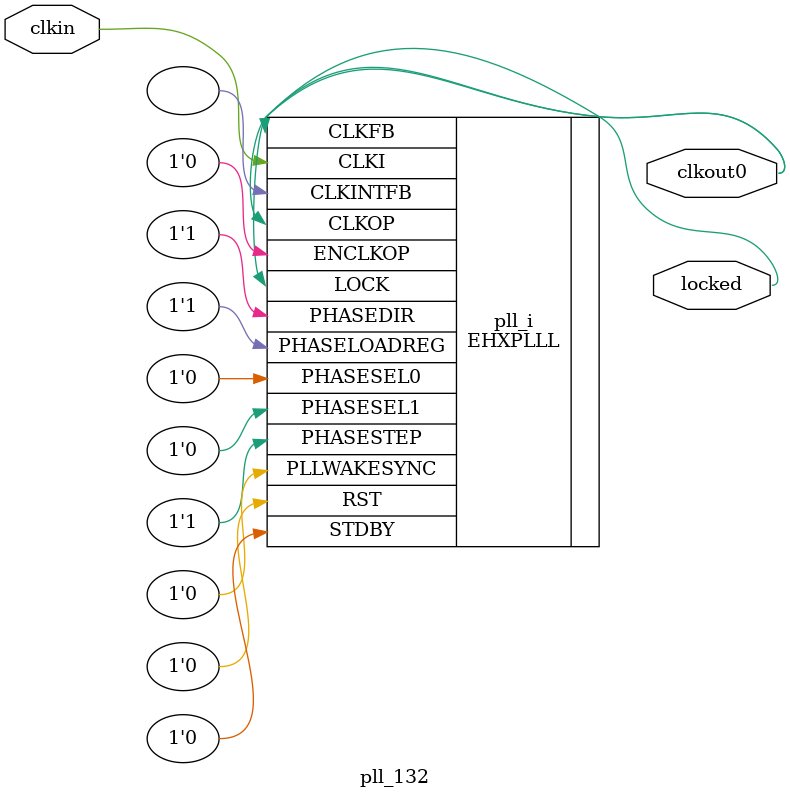
<source format=v>
module pll_132
(
    input wire clkin, // 25 MHz, 0 deg
    output wire clkout0, // 132.143 MHz, 0 deg
    output wire locked
);
(* FREQUENCY_PIN_CLKI="25" *)
(* FREQUENCY_PIN_CLKOP="132.143" *)
(* ICP_CURRENT="12" *) (* LPF_RESISTOR="8" *) (* MFG_ENABLE_FILTEROPAMP="1" *) (* MFG_GMCREF_SEL="2" *)
EHXPLLL #(
        .PLLRST_ENA("DISABLED"),
        .INTFB_WAKE("DISABLED"),
        .STDBY_ENABLE("DISABLED"),
        .DPHASE_SOURCE("DISABLED"),
        .OUTDIVIDER_MUXA("DIVA"),
        .OUTDIVIDER_MUXB("DIVB"),
        .OUTDIVIDER_MUXC("DIVC"),
        .OUTDIVIDER_MUXD("DIVD"),
        .CLKI_DIV(7),
        .CLKOP_ENABLE("ENABLED"),
        .CLKOP_DIV(5),
        .CLKOP_CPHASE(4),
        .CLKOP_FPHASE(0),
        .FEEDBK_PATH("CLKOP"),
        .CLKFB_DIV(37)
    ) pll_i (
        .RST(1'b0),
        .STDBY(1'b0),
        .CLKI(clkin),
        .CLKOP(clkout0),
        .CLKFB(clkout0),
        .CLKINTFB(),
        .PHASESEL0(1'b0),
        .PHASESEL1(1'b0),
        .PHASEDIR(1'b1),
        .PHASESTEP(1'b1),
        .PHASELOADREG(1'b1),
        .PLLWAKESYNC(1'b0),
        .ENCLKOP(1'b0),
        .LOCK(locked)
	);
endmodule

</source>
